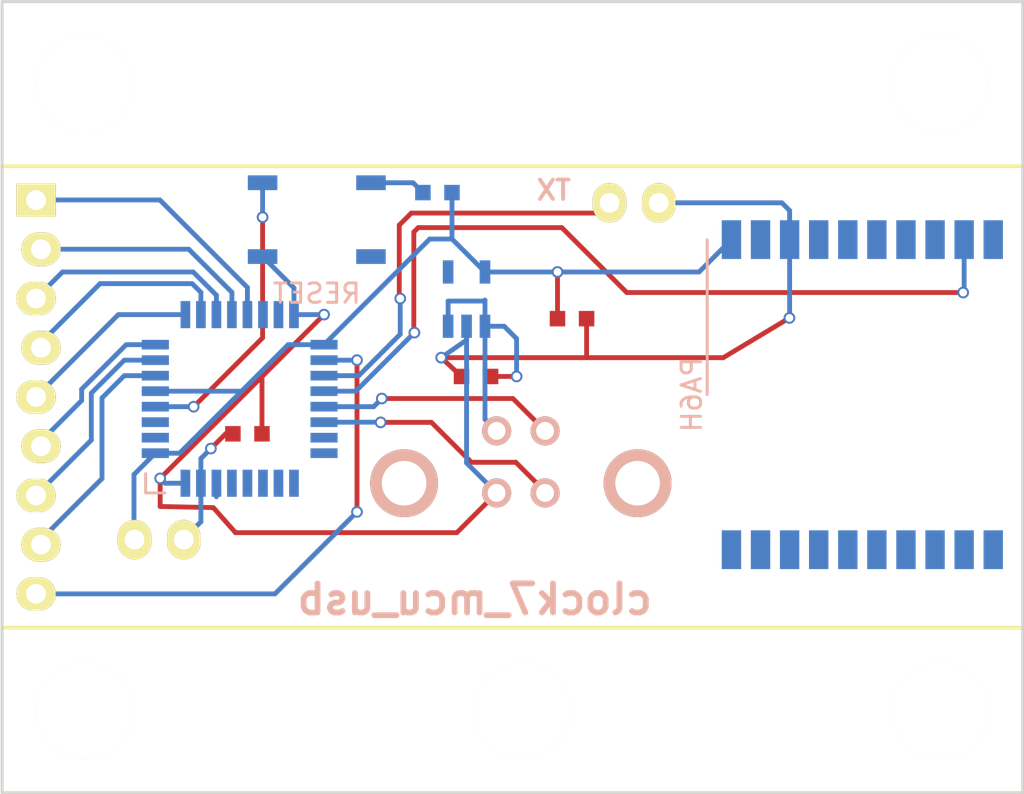
<source format=kicad_pcb>
(kicad_pcb (version 4) (host pcbnew 4.0.7-e2-6376~58~ubuntu16.04.1)

  (general
    (links 0)
    (no_connects 0)
    (area 83.624999 64.714999 138.995001 106.005001)
    (thickness 1.6)
    (drawings 9)
    (tracks 149)
    (zones 0)
    (modules 17)
    (nets 1)
  )

  (page A4)
  (layers
    (0 F.Cu signal)
    (31 B.Cu signal)
    (32 B.Adhes user)
    (33 F.Adhes user)
    (34 B.Paste user)
    (35 F.Paste user)
    (36 B.SilkS user)
    (37 F.SilkS user)
    (38 B.Mask user)
    (39 F.Mask user)
    (40 Dwgs.User user)
    (41 Cmts.User user)
    (42 Eco1.User user)
    (43 Eco2.User user)
    (44 Edge.Cuts user)
    (45 Margin user)
    (46 B.CrtYd user)
    (47 F.CrtYd user)
    (48 B.Fab user)
    (49 F.Fab user)
  )

  (setup
    (last_trace_width 0.25)
    (trace_clearance 0.2)
    (zone_clearance 0.508)
    (zone_45_only no)
    (trace_min 0.2)
    (segment_width 0.2)
    (edge_width 0.15)
    (via_size 0.6)
    (via_drill 0.4)
    (via_min_size 0.4)
    (via_min_drill 0.3)
    (uvia_size 0.3)
    (uvia_drill 0.1)
    (uvias_allowed no)
    (uvia_min_size 0.2)
    (uvia_min_drill 0.1)
    (pcb_text_width 0.3)
    (pcb_text_size 1.5 1.5)
    (mod_edge_width 0.15)
    (mod_text_size 1 1)
    (mod_text_width 0.15)
    (pad_size 1.524 1.524)
    (pad_drill 0.762)
    (pad_to_mask_clearance 0.2)
    (aux_axis_origin 0 0)
    (visible_elements FFFFFF7F)
    (pcbplotparams
      (layerselection 0x00030_80000001)
      (usegerberextensions false)
      (excludeedgelayer true)
      (linewidth 0.100000)
      (plotframeref false)
      (viasonmask false)
      (mode 1)
      (useauxorigin false)
      (hpglpennumber 1)
      (hpglpenspeed 20)
      (hpglpendiameter 15)
      (hpglpenoverlay 2)
      (psnegative false)
      (psa4output false)
      (plotreference true)
      (plotvalue true)
      (plotinvisibletext false)
      (padsonsilk false)
      (subtractmaskfromsilk false)
      (outputformat 1)
      (mirror false)
      (drillshape 1)
      (scaleselection 1)
      (outputdirectory ""))
  )

  (net 0 "")

  (net_class Default "This is the default net class."
    (clearance 0.2)
    (trace_width 0.25)
    (via_dia 0.6)
    (via_drill 0.4)
    (uvia_dia 0.3)
    (uvia_drill 0.1)
  )

  (module 00my_modules:R_0603 (layer F.Cu) (tedit 5B4970A9) (tstamp 5B497FE4)
    (at 108.29 84.29)
    (descr R0603)
    (tags "resistor capacitor led 0603")
    (attr smd)
    (fp_text reference "" (at 0 0) (layer F.SilkS)
      (effects (font (size 0.5 0.5) (thickness 0.1)))
    )
    (fp_text value C (at 0 0) (layer F.Fab)
      (effects (font (size 0.5 0.5) (thickness 0.01)))
    )
    (fp_line (start -1.2 -0.45) (end 1.2 -0.45) (layer F.CrtYd) (width 0.01))
    (fp_line (start -1.2 0.45) (end 1.2 0.45) (layer F.CrtYd) (width 0.01))
    (fp_line (start -1.2 -0.45) (end -1.2 0.45) (layer F.CrtYd) (width 0.01))
    (fp_line (start 1.2 -0.45) (end 1.2 0.45) (layer F.CrtYd) (width 0.01))
    (pad 1 smd rect (at -0.75 0) (size 0.8 0.8) (layers F.Cu F.Paste F.Mask))
    (pad 2 smd rect (at 0.75 0) (size 0.8 0.8) (layers F.Cu F.Paste F.Mask))
  )

  (module 00my_modules:PA6H (layer B.Cu) (tedit 5415CC62) (tstamp 5B496F09)
    (at 128.21 85.23 270)
    (descr PA6H)
    (tags "PA6H gps")
    (fp_text reference PA6H (at 0 8.8 270) (layer B.SilkS)
      (effects (font (size 1 1) (thickness 0.15)) (justify mirror))
    )
    (fp_text value GPS (at 0 7 270) (layer B.Fab)
      (effects (font (size 1 1) (thickness 0.15)) (justify mirror))
    )
    (fp_line (start -8 8) (end -8 -8) (layer B.CrtYd) (width 0.05))
    (fp_line (start 8 8) (end 8 -8) (layer B.CrtYd) (width 0.05))
    (fp_line (start -8 8) (end 8 8) (layer B.CrtYd) (width 0.05))
    (fp_line (start -8 -8) (end 8 -8) (layer B.CrtYd) (width 0.05))
    (fp_line (start -8 8) (end 0 8) (layer B.SilkS) (width 0.15))
    (pad VCC smd rect (at -8 6.75 270) (size 2 1) (layers B.Cu B.Paste B.Mask))
    (pad 2 smd rect (at -8 5.25 270) (size 2 1) (layers B.Cu B.Paste B.Mask))
    (pad GND smd rect (at -8 3.75 270) (size 2 1) (layers B.Cu B.Paste B.Mask))
    (pad 4 smd rect (at -8 2.25 270) (size 2 1) (layers B.Cu B.Paste B.Mask))
    (pad 5 smd rect (at -8 0.75 270) (size 2 1) (layers B.Cu B.Paste B.Mask))
    (pad 6 smd rect (at -8 -0.75 270) (size 2 1) (layers B.Cu B.Paste B.Mask))
    (pad 7 smd rect (at -8 -2.25 270) (size 2 1) (layers B.Cu B.Paste B.Mask))
    (pad 8 smd rect (at -8 -3.75 270) (size 2 1) (layers B.Cu B.Paste B.Mask))
    (pad TX smd rect (at -8 -5.25 270) (size 2 1) (layers B.Cu B.Paste B.Mask))
    (pad RX smd rect (at -8 -6.75 270) (size 2 1) (layers B.Cu B.Paste B.Mask))
    (pad 11 smd rect (at 8 -6.75 270) (size 2 1) (layers B.Cu B.Paste B.Mask))
    (pad 12 smd rect (at 8 -5.25 270) (size 2 1) (layers B.Cu B.Paste B.Mask))
    (pad 13 smd rect (at 8 -3.75 270) (size 2 1) (layers B.Cu B.Paste B.Mask))
    (pad 14 smd rect (at 8 -2.25 270) (size 2 1) (layers B.Cu B.Paste B.Mask))
    (pad 15 smd rect (at 8 -0.75 270) (size 2 1) (layers B.Cu B.Paste B.Mask))
    (pad 16 smd rect (at 8 0.75 270) (size 2 1) (layers B.Cu B.Paste B.Mask))
    (pad 17 smd rect (at 8 2.25 270) (size 2 1) (layers B.Cu B.Paste B.Mask))
    (pad 18 smd rect (at 8 3.75 270) (size 2 1) (layers B.Cu B.Paste B.Mask))
    (pad 19 smd rect (at 8 5.25 270) (size 2 1) (layers B.Cu B.Paste B.Mask))
    (pad 20 smd rect (at 8 6.75 270) (size 2 1) (layers B.Cu B.Paste B.Mask))
  )

  (module 00my_modules:Wurth_61400413321_usb (layer B.Cu) (tedit 0) (tstamp 5B49751D)
    (at 110.6 89.8 180)
    (descr Wurth_61400413321)
    (tags usb)
    (fp_text reference "" (at 0 1 180) (layer B.SilkS)
      (effects (font (size 0.5 0.5) (thickness 0.01)) (justify mirror))
    )
    (fp_text value "" (at 0 -1 180) (layer B.Fab)
      (effects (font (size 0.5 0.5) (thickness 0.01)) (justify mirror))
    )
    (fp_text user USB (at 0 0.9 180) (layer B.Fab)
      (effects (font (size 1 1) (thickness 0.15)) (justify mirror))
    )
    (fp_line (start -6.1 -4.72) (end -6.1 6.48) (layer B.CrtYd) (width 0.05))
    (fp_line (start 6.1 -4.72) (end 6.1 6.48) (layer B.CrtYd) (width 0.05))
    (fp_line (start -6.1 6.48) (end 6.1 6.48) (layer B.CrtYd) (width 0.05))
    (fp_line (start -6.1 -4.72) (end 6.1 -4.72) (layer B.CrtYd) (width 0.05))
    (pad V thru_hole circle (at 1.25 2.7 180) (size 1.5 1.5) (drill 0.92) (layers *.Cu *.Mask B.SilkS))
    (pad - thru_hole circle (at -1.25 2.7 180) (size 1.5 1.5) (drill 0.92) (layers *.Cu *.Mask B.SilkS))
    (pad + thru_hole circle (at -1.25 -0.5 180) (size 1.5 1.5) (drill 0.92) (layers *.Cu *.Mask B.SilkS))
    (pad G thru_hole circle (at 1.25 -0.5 180) (size 1.5 1.5) (drill 0.92) (layers *.Cu *.Mask B.SilkS))
    (pad X thru_hole circle (at 6.02 0 180) (size 3.5 3.5) (drill 2.3) (layers *.Cu *.Mask B.SilkS))
    (pad X thru_hole circle (at -6.02 0 180) (size 3.5 3.5) (drill 2.3) (layers *.Cu *.Mask B.SilkS))
  )

  (module 00my_modules:STM32_LQFP32 (layer B.Cu) (tedit 54130A77) (tstamp 5B497879)
    (at 96.1 85.45)
    (descr LQFP-32)
    (tags "smd lqfp")
    (attr smd)
    (fp_text reference "" (at 0 4.3) (layer B.SilkS)
      (effects (font (size 1 1) (thickness 0.15)) (justify mirror))
    )
    (fp_text value "" (at -1.5 3) (layer B.Fab)
      (effects (font (size 0.5 0.5) (thickness 0.01)) (justify mirror))
    )
    (fp_text user LQFP32 (at 0 0) (layer B.Fab)
      (effects (font (size 0.8 0.8) (thickness 0.1)) (justify mirror))
    )
    (fp_line (start -5.05 5.05) (end 5.05 5.05) (layer B.CrtYd) (width 0.01))
    (fp_line (start 5.05 5.05) (end 5.05 -5.05) (layer B.CrtYd) (width 0.01))
    (fp_line (start 5.05 -5.05) (end -5.05 -5.05) (layer B.CrtYd) (width 0.01))
    (fp_line (start -5.05 -5.05) (end -5.05 5.05) (layer B.CrtYd) (width 0.01))
    (fp_line (start -4.85 4.85) (end -4.85 3.85) (layer B.SilkS) (width 0.15))
    (fp_line (start -4.85 4.85) (end -3.85 4.85) (layer B.SilkS) (width 0.15))
    (fp_line (start -3.65 3.65) (end 3.65 3.65) (layer B.Fab) (width 0.01))
    (fp_line (start 3.65 3.65) (end 3.65 -3.65) (layer B.Fab) (width 0.01))
    (fp_line (start 3.65 -3.65) (end -3.65 -3.65) (layer B.Fab) (width 0.01))
    (fp_line (start -3.65 -3.65) (end -3.65 3.65) (layer B.Fab) (width 0.01))
    (pad 3.3 smd rect (at -4.35 2.8) (size 1.4 0.5) (layers B.Cu B.Paste B.Mask))
    (pad PF0 smd rect (at -4.35 2) (size 1.4 0.5) (layers B.Cu B.Paste B.Mask))
    (pad PF1 smd rect (at -4.35 1.2) (size 1.4 0.5) (layers B.Cu B.Paste B.Mask))
    (pad RST smd rect (at -4.35 0.4) (size 1.4 0.5) (layers B.Cu B.Paste B.Mask))
    (pad 3.3 smd rect (at -4.35 -0.4) (size 1.4 0.5) (layers B.Cu B.Paste B.Mask))
    (pad PA0 smd rect (at -4.35 -1.2) (size 1.4 0.5) (layers B.Cu B.Paste B.Mask))
    (pad PA1 smd rect (at -4.35 -2) (size 1.4 0.5) (layers B.Cu B.Paste B.Mask))
    (pad PA2 smd rect (at -4.35 -2.8) (size 1.4 0.5) (layers B.Cu B.Paste B.Mask))
    (pad PA3 smd rect (at -2.8 -4.35 270) (size 1.4 0.5) (layers B.Cu B.Paste B.Mask))
    (pad PA4 smd rect (at -2 -4.35 270) (size 1.4 0.5) (layers B.Cu B.Paste B.Mask))
    (pad PA5 smd rect (at -1.2 -4.35 270) (size 1.4 0.5) (layers B.Cu B.Paste B.Mask))
    (pad PA6 smd rect (at -0.4 -4.35 270) (size 1.4 0.5) (layers B.Cu B.Paste B.Mask))
    (pad PA7 smd rect (at 0.4 -4.35 270) (size 1.4 0.5) (layers B.Cu B.Paste B.Mask))
    (pad PB0 smd rect (at 1.2 -4.35 270) (size 1.4 0.5) (layers B.Cu B.Paste B.Mask))
    (pad PB1 smd rect (at 2 -4.35 270) (size 1.4 0.5) (layers B.Cu B.Paste B.Mask))
    (pad GND smd rect (at 2.8 -4.35 270) (size 1.4 0.5) (layers B.Cu B.Paste B.Mask))
    (pad PA14 smd rect (at 4.35 2.8) (size 1.4 0.5) (layers B.Cu B.Paste B.Mask))
    (pad PA13 smd rect (at 4.35 2) (size 1.4 0.5) (layers B.Cu B.Paste B.Mask))
    (pad PA12 smd rect (at 4.35 1.2) (size 1.4 0.5) (layers B.Cu B.Paste B.Mask))
    (pad PA11 smd rect (at 4.35 0.4) (size 1.4 0.5) (layers B.Cu B.Paste B.Mask))
    (pad PA10 smd rect (at 4.35 -0.4) (size 1.4 0.5) (layers B.Cu B.Paste B.Mask))
    (pad PA9 smd rect (at 4.35 -1.2) (size 1.4 0.5) (layers B.Cu B.Paste B.Mask))
    (pad PA8 smd rect (at 4.35 -2) (size 1.4 0.5) (layers B.Cu B.Paste B.Mask))
    (pad 3.3 smd rect (at 4.35 -2.8) (size 1.4 0.5) (layers B.Cu B.Paste B.Mask))
    (pad GND smd rect (at -2.8 4.35 270) (size 1.4 0.5) (layers B.Cu B.Paste B.Mask))
    (pad BOOT smd rect (at -2 4.35 270) (size 1.4 0.5) (layers B.Cu B.Paste B.Mask))
    (pad PB7 smd rect (at -1.2 4.35 270) (size 1.4 0.5) (layers B.Cu B.Paste B.Mask))
    (pad PB6 smd rect (at -0.4 4.35 270) (size 1.4 0.5) (layers B.Cu B.Paste B.Mask))
    (pad PB5 smd rect (at 0.4 4.35 270) (size 1.4 0.5) (layers B.Cu B.Paste B.Mask))
    (pad PB4 smd rect (at 1.2 4.35 270) (size 1.4 0.5) (layers B.Cu B.Paste B.Mask))
    (pad PB3 smd rect (at 2 4.35 270) (size 1.4 0.5) (layers B.Cu B.Paste B.Mask))
    (pad PA15 smd rect (at 2.8 4.35 270) (size 1.4 0.5) (layers B.Cu B.Paste B.Mask))
  )

  (module 00my_modules:AP2112 (layer B.Cu) (tedit 58CE4E80) (tstamp 5B497C39)
    (at 107.8 80.3 90)
    (descr SOT25)
    (tags SOT25)
    (attr smd)
    (fp_text reference "" (at 0 2.5 90) (layer B.SilkS)
      (effects (font (size 1 1) (thickness 0.15)) (justify mirror))
    )
    (fp_text value "" (at 0 -2.05 90) (layer B.Fab)
      (effects (font (size 0.5 0.5) (thickness 0.01)) (justify mirror))
    )
    (fp_text user SOT25 (at 0 0 360) (layer B.Fab)
      (effects (font (size 0.5 0.5) (thickness 0.01)) (justify mirror))
    )
    (fp_line (start -0.8 1.5) (end 0.8 1.5) (layer B.Fab) (width 0.01))
    (fp_line (start -0.8 -1.5) (end 0.8 -1.5) (layer B.Fab) (width 0.01))
    (fp_line (start -0.8 1.5) (end -0.8 -1.5) (layer B.Fab) (width 0.01))
    (fp_line (start 0.8 1.5) (end 0.8 -1.5) (layer B.Fab) (width 0.01))
    (fp_line (start -0.8 1.5) (end -0.8 -1.5) (layer B.Fab) (width 0.01))
    (fp_line (start 0.8 1.5) (end 0.8 -1.5) (layer B.Fab) (width 0.01))
    (fp_line (start -2.3 1.7) (end 2.3 1.7) (layer B.CrtYd) (width 0.01))
    (fp_line (start -2.3 1.7) (end -2.3 -1.7) (layer B.CrtYd) (width 0.01))
    (fp_line (start 2.3 -1.7) (end 2.3 1.7) (layer B.CrtYd) (width 0.01))
    (fp_line (start 2.3 -1.7) (end -2.3 -1.7) (layer B.CrtYd) (width 0.01))
    (pad VIN smd rect (at -1.4 0.95 90) (size 1.2 0.55) (layers B.Cu B.Paste B.Mask))
    (pad GND smd rect (at -1.4 0 90) (size 1.2 0.55) (layers B.Cu B.Paste B.Mask))
    (pad EN smd rect (at -1.4 -0.95 90) (size 1.2 0.55) (layers B.Cu B.Paste B.Mask))
    (pad NC smd rect (at 1.4 -0.95 90) (size 1.2 0.55) (layers B.Cu B.Paste B.Mask))
    (pad VOUT smd rect (at 1.4 0.95 90) (size 1.2 0.55) (layers B.Cu B.Paste B.Mask))
  )

  (module 00my_modules:R_0603 (layer F.Cu) (tedit 5415CC62) (tstamp 5B498019)
    (at 96.5 87.25)
    (descr R0603)
    (tags "resistor capacitor led 0603")
    (attr smd)
    (fp_text reference "" (at 0 0) (layer F.SilkS)
      (effects (font (size 0.5 0.5) (thickness 0.1)))
    )
    (fp_text value R (at 0 0) (layer F.Fab)
      (effects (font (size 0.5 0.5) (thickness 0.01)))
    )
    (fp_line (start -1.2 -0.45) (end 1.2 -0.45) (layer F.CrtYd) (width 0.01))
    (fp_line (start -1.2 0.45) (end 1.2 0.45) (layer F.CrtYd) (width 0.01))
    (fp_line (start -1.2 -0.45) (end -1.2 0.45) (layer F.CrtYd) (width 0.01))
    (fp_line (start 1.2 -0.45) (end 1.2 0.45) (layer F.CrtYd) (width 0.01))
    (pad 1 smd rect (at -0.75 0) (size 0.8 0.8) (layers F.Cu F.Paste F.Mask))
    (pad 2 smd rect (at 0.75 0) (size 0.8 0.8) (layers F.Cu F.Paste F.Mask))
  )

  (module 00my_modules:BUTTON4_SMD (layer B.Cu) (tedit 5B497302) (tstamp 5B49863C)
    (at 100.076 76.2)
    (descr button4_smd)
    (tags "SPST button tactile switch")
    (fp_text reference RESET (at 0 3.81) (layer B.SilkS)
      (effects (font (size 1 1) (thickness 0.15)) (justify mirror))
    )
    (fp_text value "" (at 0 -3.81) (layer B.Fab)
      (effects (font (size 1 1) (thickness 0.15)) (justify mirror))
    )
    (fp_line (start -1.54 2.54) (end -2.54 1.54) (layer B.Fab) (width 0.2032))
    (fp_line (start -2.54 1.24) (end -2.54 -1.27) (layer B.Fab) (width 0.2032))
    (fp_line (start -2.54 -1.54) (end -1.54 -2.54) (layer B.Fab) (width 0.2032))
    (fp_line (start -1.54 -2.54) (end 1.54 -2.54) (layer B.Fab) (width 0.2032))
    (fp_line (start 1.54 -2.54) (end 2.54 -1.54) (layer B.Fab) (width 0.2032))
    (fp_line (start 2.54 -1.24) (end 2.54 1.24) (layer B.Fab) (width 0.2032))
    (fp_line (start 2.54 1.54) (end 1.54 2.54) (layer B.Fab) (width 0.2032))
    (fp_line (start 1.54 2.54) (end -1.54 2.54) (layer B.Fab) (width 0.2032))
    (fp_line (start 1.905 -1.27) (end 1.905 -0.445) (layer B.Fab) (width 0.127))
    (fp_line (start 1.905 -0.445) (end 2.16 0.01) (layer B.Fab) (width 0.127))
    (fp_line (start 1.905 0.23) (end 1.905 1.115) (layer B.Fab) (width 0.127))
    (fp_circle (center 0 0) (end 0 -1.27) (layer B.Fab) (width 0.2032))
    (pad 1 smd rect (at -2.794 -1.905) (size 1.524 0.762) (layers B.Cu B.Paste B.Mask))
    (pad 2 smd rect (at 2.794 -1.905) (size 1.524 0.762) (layers B.Cu B.Paste B.Mask))
    (pad 3 smd rect (at -2.794 1.905) (size 1.524 0.762) (layers B.Cu B.Paste B.Mask))
    (pad 4 smd rect (at 2.794 1.905) (size 1.524 0.762) (layers B.Cu B.Paste B.Mask))
  )

  (module 00my_modules:R_0603 (layer B.Cu) (tedit 5415CC62) (tstamp 5B49868D)
    (at 106.299 74.803)
    (descr R0603)
    (tags "resistor capacitor led 0603")
    (attr smd)
    (fp_text reference "" (at 0 0) (layer B.SilkS)
      (effects (font (size 0.5 0.5) (thickness 0.1)) (justify mirror))
    )
    (fp_text value R (at 0 0) (layer B.Fab)
      (effects (font (size 0.5 0.5) (thickness 0.01)) (justify mirror))
    )
    (fp_line (start -1.2 0.45) (end 1.2 0.45) (layer B.CrtYd) (width 0.01))
    (fp_line (start -1.2 -0.45) (end 1.2 -0.45) (layer B.CrtYd) (width 0.01))
    (fp_line (start -1.2 0.45) (end -1.2 -0.45) (layer B.CrtYd) (width 0.01))
    (fp_line (start 1.2 0.45) (end 1.2 -0.45) (layer B.CrtYd) (width 0.01))
    (pad 1 smd rect (at -0.75 0) (size 0.8 0.8) (layers B.Cu B.Paste B.Mask))
    (pad 2 smd rect (at 0.75 0) (size 0.8 0.8) (layers B.Cu B.Paste B.Mask))
  )

  (module 00my_modules:R_0603 (layer F.Cu) (tedit 5B4973CC) (tstamp 5B4986A5)
    (at 113.24 81.31)
    (descr R0603)
    (tags "resistor capacitor led 0603")
    (attr smd)
    (fp_text reference "" (at 0 0) (layer F.SilkS)
      (effects (font (size 0.5 0.5) (thickness 0.1)))
    )
    (fp_text value C (at 0 0) (layer F.Fab)
      (effects (font (size 0.5 0.5) (thickness 0.01)))
    )
    (fp_line (start -1.2 -0.45) (end 1.2 -0.45) (layer F.CrtYd) (width 0.01))
    (fp_line (start -1.2 0.45) (end 1.2 0.45) (layer F.CrtYd) (width 0.01))
    (fp_line (start -1.2 -0.45) (end -1.2 0.45) (layer F.CrtYd) (width 0.01))
    (fp_line (start 1.2 -0.45) (end 1.2 0.45) (layer F.CrtYd) (width 0.01))
    (pad 1 smd rect (at -0.75 0) (size 0.8 0.8) (layers F.Cu F.Paste F.Mask))
    (pad 2 smd rect (at 0.75 0) (size 0.8 0.8) (layers F.Cu F.Paste F.Mask))
  )

  (module 00my_modules:Pin_Header_Straight_1x02 (layer F.Cu) (tedit 0) (tstamp 5B4986E5)
    (at 90.678 92.71 90)
    (descr "Through hole pin header")
    (tags "pin header")
    (fp_text reference "" (at 0 -2.4 90) (layer F.SilkS)
      (effects (font (size 0.5 0.5) (thickness 0.01)))
    )
    (fp_text value "" (at 0 -3.1 90) (layer F.Fab)
      (effects (font (size 0.5 0.5) (thickness 0.01)))
    )
    (fp_line (start -1.75 -1.75) (end -1.75 4.29) (layer F.CrtYd) (width 0.05))
    (fp_line (start 1.75 -1.75) (end 1.75 4.29) (layer F.CrtYd) (width 0.05))
    (fp_line (start -1.75 -1.75) (end 1.75 -1.75) (layer F.CrtYd) (width 0.05))
    (fp_line (start -1.75 4.29) (end 1.75 4.29) (layer F.CrtYd) (width 0.05))
    (pad 1 thru_hole oval (at 0 0 90) (size 2.032 1.7272) (drill 1.016) (layers *.Cu *.Mask F.SilkS))
    (pad 2 thru_hole oval (at 0 2.54 90) (size 2.032 1.7272) (drill 1.016) (layers *.Cu *.Mask F.SilkS))
  )

  (module 00my_modules:Pin_Header_Straight_1x02 (layer F.Cu) (tedit 0) (tstamp 5C248C93)
    (at 115.17 75.33 90)
    (descr "Through hole pin header")
    (tags "pin header")
    (fp_text reference "" (at 0 -2.4 90) (layer F.SilkS)
      (effects (font (size 0.5 0.5) (thickness 0.01)))
    )
    (fp_text value "" (at 0 -3.1 90) (layer F.Fab)
      (effects (font (size 0.5 0.5) (thickness 0.01)))
    )
    (fp_line (start -1.75 -1.75) (end -1.75 4.29) (layer F.CrtYd) (width 0.05))
    (fp_line (start 1.75 -1.75) (end 1.75 4.29) (layer F.CrtYd) (width 0.05))
    (fp_line (start -1.75 -1.75) (end 1.75 -1.75) (layer F.CrtYd) (width 0.05))
    (fp_line (start -1.75 4.29) (end 1.75 4.29) (layer F.CrtYd) (width 0.05))
    (fp_line (start -2 1.27) (end 2 1.27) (layer F.CrtYd) (width 0.05))
    (fp_line (start 0 -0.5) (end 0 3) (layer F.CrtYd) (width 0.05))
    (pad 1 thru_hole oval (at 0 0 90) (size 2.032 1.7272) (drill 1.016) (layers *.Cu *.Mask F.SilkS))
    (pad 2 thru_hole oval (at 0 2.54 90) (size 2.032 1.7272) (drill 1.016) (layers *.Cu *.Mask F.SilkS))
  )

  (module 00my_modules:Hole0 (layer F.Cu) (tedit 0) (tstamp 5C248CE6)
    (at 88.1 101.52)
    (descr hole0)
    (tags hole)
    (fp_text reference "" (at 0 0) (layer F.SilkS)
      (effects (font (size 0.5 0.5) (thickness 0.01)))
    )
    (fp_text value "" (at 0 0) (layer F.Fab)
      (effects (font (size 0.5 0.5) (thickness 0.01)))
    )
    (fp_line (start -4.25 -4.25) (end -4.25 4.25) (layer F.CrtYd) (width 0.05))
    (fp_line (start 4.25 -4.25) (end 4.25 4.25) (layer F.CrtYd) (width 0.05))
    (fp_line (start -4.25 -4.25) (end 4.25 -4.25) (layer F.CrtYd) (width 0.05))
    (fp_line (start -4.25 4.25) (end 4.25 4.25) (layer F.CrtYd) (width 0.05))
    (pad "" np_thru_hole circle (at 0 0) (size 5 5) (drill 5) (layers *.Cu *.Mask F.SilkS))
  )

  (module 00my_modules:Hole0 (layer F.Cu) (tedit 0) (tstamp 5C248D08)
    (at 88.11 69.2)
    (descr hole0)
    (tags hole)
    (fp_text reference "" (at 0 0) (layer F.SilkS)
      (effects (font (size 0.5 0.5) (thickness 0.01)))
    )
    (fp_text value "" (at 0 0) (layer F.Fab)
      (effects (font (size 0.5 0.5) (thickness 0.01)))
    )
    (fp_line (start -4.25 -4.25) (end -4.25 4.25) (layer F.CrtYd) (width 0.05))
    (fp_line (start 4.25 -4.25) (end 4.25 4.25) (layer F.CrtYd) (width 0.05))
    (fp_line (start -4.25 -4.25) (end 4.25 -4.25) (layer F.CrtYd) (width 0.05))
    (fp_line (start -4.25 4.25) (end 4.25 4.25) (layer F.CrtYd) (width 0.05))
    (pad "" np_thru_hole circle (at 0 0) (size 5 5) (drill 5) (layers *.Cu *.Mask F.SilkS))
  )

  (module 00my_modules:Hole0 (layer F.Cu) (tedit 0) (tstamp 5C248D21)
    (at 110.64 101.53)
    (descr hole0)
    (tags hole)
    (fp_text reference "" (at 0 0) (layer F.SilkS)
      (effects (font (size 0.5 0.5) (thickness 0.01)))
    )
    (fp_text value "" (at 0 0) (layer F.Fab)
      (effects (font (size 0.5 0.5) (thickness 0.01)))
    )
    (fp_line (start -4.25 -4.25) (end -4.25 4.25) (layer F.CrtYd) (width 0.05))
    (fp_line (start 4.25 -4.25) (end 4.25 4.25) (layer F.CrtYd) (width 0.05))
    (fp_line (start -4.25 -4.25) (end 4.25 -4.25) (layer F.CrtYd) (width 0.05))
    (fp_line (start -4.25 4.25) (end 4.25 4.25) (layer F.CrtYd) (width 0.05))
    (pad "" np_thru_hole circle (at 0 0) (size 5 5) (drill 5) (layers *.Cu *.Mask F.SilkS))
  )

  (module 00my_modules:Pin_Header_Wiggle_1x09 (layer F.Cu) (tedit 0) (tstamp 5C249190)
    (at 85.6 75.19)
    (descr "Through hole pin header")
    (tags "pin header")
    (fp_text reference "" (at 0 -2.4) (layer F.SilkS)
      (effects (font (size 0.5 0.5) (thickness 0.01)))
    )
    (fp_text value "" (at 0 -3.1) (layer F.Fab)
      (effects (font (size 0.5 0.5) (thickness 0.01)))
    )
    (fp_line (start -1.75 -1.75) (end -1.75 22.07) (layer F.CrtYd) (width 0.05))
    (fp_line (start 1.75 -1.75) (end 1.75 22.07) (layer F.CrtYd) (width 0.05))
    (fp_line (start -1.75 -1.75) (end 1.75 -1.75) (layer F.CrtYd) (width 0.05))
    (fp_line (start -1.75 22.07) (end 1.75 22.07) (layer F.CrtYd) (width 0.05))
    (pad 1 thru_hole rect (at 0 0) (size 2.032 1.7272) (drill 1.016) (layers *.Cu *.Mask F.SilkS))
    (pad 2 thru_hole oval (at 0.254 2.54) (size 2.032 1.7272) (drill 1.016) (layers *.Cu *.Mask F.SilkS))
    (pad 3 thru_hole oval (at 0 5.08) (size 2.032 1.7272) (drill 1.016) (layers *.Cu *.Mask F.SilkS))
    (pad 4 thru_hole oval (at 0.254 7.62) (size 2.032 1.7272) (drill 1.016) (layers *.Cu *.Mask F.SilkS))
    (pad 5 thru_hole oval (at 0 10.16) (size 2.032 1.7272) (drill 1.016) (layers *.Cu *.Mask F.SilkS))
    (pad 6 thru_hole oval (at 0.254 12.7) (size 2.032 1.7272) (drill 1.016) (layers *.Cu *.Mask F.SilkS))
    (pad 7 thru_hole oval (at 0 15.24) (size 2.032 1.7272) (drill 1.016) (layers *.Cu *.Mask F.SilkS))
    (pad 8 thru_hole oval (at 0.254 17.78) (size 2.032 1.7272) (drill 1.016) (layers *.Cu *.Mask F.SilkS))
    (pad 9 thru_hole oval (at 0 20.32) (size 2.032 1.7272) (drill 1.016) (layers *.Cu *.Mask F.SilkS))
  )

  (module 00my_modules:Hole0 (layer F.Cu) (tedit 0) (tstamp 5C24939B)
    (at 132.23 69.21)
    (descr hole0)
    (tags hole)
    (fp_text reference "" (at 0 0) (layer F.SilkS)
      (effects (font (size 0.5 0.5) (thickness 0.01)))
    )
    (fp_text value "" (at 0 0) (layer F.Fab)
      (effects (font (size 0.5 0.5) (thickness 0.01)))
    )
    (fp_line (start -4.25 -4.25) (end -4.25 4.25) (layer F.CrtYd) (width 0.05))
    (fp_line (start 4.25 -4.25) (end 4.25 4.25) (layer F.CrtYd) (width 0.05))
    (fp_line (start -4.25 -4.25) (end 4.25 -4.25) (layer F.CrtYd) (width 0.05))
    (fp_line (start -4.25 4.25) (end 4.25 4.25) (layer F.CrtYd) (width 0.05))
    (pad "" np_thru_hole circle (at 0 0) (size 5 5) (drill 5) (layers *.Cu *.Mask F.SilkS))
  )

  (module 00my_modules:Hole0 (layer F.Cu) (tedit 0) (tstamp 5C2493AC)
    (at 132.24 101.54)
    (descr hole0)
    (tags hole)
    (fp_text reference "" (at 0 0) (layer F.SilkS)
      (effects (font (size 0.5 0.5) (thickness 0.01)))
    )
    (fp_text value "" (at 0 0) (layer F.Fab)
      (effects (font (size 0.5 0.5) (thickness 0.01)))
    )
    (fp_line (start -4.25 -4.25) (end -4.25 4.25) (layer F.CrtYd) (width 0.05))
    (fp_line (start 4.25 -4.25) (end 4.25 4.25) (layer F.CrtYd) (width 0.05))
    (fp_line (start -4.25 -4.25) (end 4.25 -4.25) (layer F.CrtYd) (width 0.05))
    (fp_line (start -4.25 4.25) (end 4.25 4.25) (layer F.CrtYd) (width 0.05))
    (pad "" np_thru_hole circle (at 0 0) (size 5 5) (drill 5) (layers *.Cu *.Mask F.SilkS))
  )

  (gr_line (start 83.85 97.26) (end 136.45 97.26) (angle 90) (layer F.SilkS) (width 0.2))
  (gr_line (start 83.84 73.44) (end 136.45 73.44) (angle 90) (layer F.SilkS) (width 0.2))
  (gr_line (start 136.48 64.95) (end 136.48 64.94) (angle 90) (layer Edge.Cuts) (width 0.15))
  (gr_line (start 83.85 64.95) (end 136.48 64.95) (angle 90) (layer Edge.Cuts) (width 0.15))
  (gr_line (start 83.85 105.77) (end 83.85 64.95) (angle 90) (layer Edge.Cuts) (width 0.15))
  (gr_line (start 83.86 105.77) (end 136.48 105.77) (angle 90) (layer Edge.Cuts) (width 0.15))
  (gr_line (start 136.48 105.77) (end 136.48 64.94) (angle 90) (layer Edge.Cuts) (width 0.15))
  (gr_text TX (at 112.3 74.68) (layer B.SilkS)
    (effects (font (size 1 1) (thickness 0.2)) (justify mirror))
  )
  (gr_text clock7_mcu_usb (at 108.22 95.79) (layer B.SilkS)
    (effects (font (size 1.5 1.5) (thickness 0.3)) (justify mirror))
  )

  (segment (start 100.45 84.25) (end 102.24 84.25) (width 0.25) (layer B.Cu) (net 0))
  (segment (start 104.95 75.86) (end 114.64 75.86) (width 0.25) (layer F.Cu) (net 0) (tstamp 5C248CAC))
  (segment (start 104.33 76.48) (end 104.95 75.86) (width 0.25) (layer F.Cu) (net 0) (tstamp 5C248CAB))
  (segment (start 104.33 80.22) (end 104.33 76.48) (width 0.25) (layer F.Cu) (net 0) (tstamp 5C248CAA))
  (segment (start 104.38 80.27) (end 104.33 80.22) (width 0.25) (layer F.Cu) (net 0) (tstamp 5C248CA9))
  (via (at 104.38 80.27) (size 0.6) (drill 0.4) (layers F.Cu B.Cu) (net 0))
  (segment (start 104.38 82.11) (end 104.38 80.27) (width 0.25) (layer B.Cu) (net 0) (tstamp 5C248CA6))
  (segment (start 102.24 84.25) (end 104.38 82.11) (width 0.25) (layer B.Cu) (net 0) (tstamp 5C248CA4))
  (segment (start 114.64 75.86) (end 115.17 75.33) (width 0.25) (layer F.Cu) (net 0) (tstamp 5C248CAD))
  (segment (start 117.71 75.33) (end 124.06 75.33) (width 0.25) (layer B.Cu) (net 0))
  (segment (start 124.46 75.73) (end 124.46 77.23) (width 0.25) (layer B.Cu) (net 0) (tstamp 5C248CA2))
  (segment (start 124.06 75.33) (end 124.46 75.73) (width 0.25) (layer B.Cu) (net 0) (tstamp 5C248CA1))
  (segment (start 113.99 81.31) (end 113.99 83.32) (width 0.25) (layer F.Cu) (net 0))
  (segment (start 112.49 81.31) (end 112.49 78.9) (width 0.25) (layer F.Cu) (net 0))
  (via (at 112.49 78.9) (size 0.6) (drill 0.4) (layers F.Cu B.Cu) (net 0))
  (segment (start 100.45 85.05) (end 102.09 85.05) (width 0.25) (layer B.Cu) (net 0))
  (segment (start 133.46 79.91) (end 133.46 77.23) (width 0.25) (layer B.Cu) (net 0) (tstamp 5C247F9C))
  (segment (start 133.41 79.96) (end 133.46 79.91) (width 0.25) (layer B.Cu) (net 0) (tstamp 5C247F9B))
  (via (at 133.41 79.96) (size 0.6) (drill 0.4) (layers F.Cu B.Cu) (net 0))
  (segment (start 116.06 79.96) (end 133.41 79.96) (width 0.25) (layer F.Cu) (net 0) (tstamp 5C247F92))
  (segment (start 112.71 76.61) (end 116.06 79.96) (width 0.25) (layer F.Cu) (net 0) (tstamp 5C247F8C))
  (segment (start 105.31 76.61) (end 112.71 76.61) (width 0.25) (layer F.Cu) (net 0) (tstamp 5C247F84))
  (segment (start 105.08 76.84) (end 105.31 76.61) (width 0.25) (layer F.Cu) (net 0) (tstamp 5C247F83))
  (segment (start 105.08 82) (end 105.08 76.84) (width 0.25) (layer F.Cu) (net 0) (tstamp 5C247F79))
  (segment (start 105.11 82.03) (end 105.08 82) (width 0.25) (layer F.Cu) (net 0) (tstamp 5C247F78))
  (via (at 105.11 82.03) (size 0.6) (drill 0.4) (layers F.Cu B.Cu) (net 0))
  (segment (start 102.09 85.05) (end 105.11 82.03) (width 0.25) (layer B.Cu) (net 0) (tstamp 5C247F6B))
  (segment (start 109.04 84.29) (end 110.38 84.29) (width 0.25) (layer F.Cu) (net 0))
  (segment (start 109.74 81.7) (end 108.75 81.7) (width 0.25) (layer B.Cu) (net 0) (tstamp 5C247F2D))
  (segment (start 110.38 82.34) (end 109.74 81.7) (width 0.25) (layer B.Cu) (net 0) (tstamp 5C247F2A))
  (segment (start 110.38 84.29) (end 110.38 82.34) (width 0.25) (layer B.Cu) (net 0) (tstamp 5C247F29))
  (via (at 110.38 84.29) (size 0.6) (drill 0.4) (layers F.Cu B.Cu) (net 0))
  (segment (start 108.75 78.9) (end 112.49 78.9) (width 0.25) (layer B.Cu) (net 0))
  (segment (start 112.49 78.9) (end 119.79 78.9) (width 0.25) (layer B.Cu) (net 0) (tstamp 5C247FF8))
  (segment (start 119.79 78.9) (end 121.46 77.23) (width 0.25) (layer B.Cu) (net 0) (tstamp 5C247EDF))
  (segment (start 106.49 83.32) (end 113.99 83.32) (width 0.25) (layer F.Cu) (net 0))
  (segment (start 113.99 83.32) (end 121.04 83.32) (width 0.25) (layer F.Cu) (net 0) (tstamp 5C248009))
  (segment (start 124.46 81.26) (end 124.46 77.23) (width 0.25) (layer B.Cu) (net 0) (tstamp 5C247EDA))
  (segment (start 124.45 81.27) (end 124.46 81.26) (width 0.25) (layer B.Cu) (net 0) (tstamp 5C247ED9))
  (via (at 124.45 81.27) (size 0.6) (drill 0.4) (layers F.Cu B.Cu) (net 0))
  (segment (start 121.04 83.32) (end 124.45 81.27) (width 0.25) (layer F.Cu) (net 0) (tstamp 5C247EC6))
  (segment (start 107.54 84.29) (end 106.49 83.32) (width 0.25) (layer F.Cu) (net 0))
  (via (at 106.49 83.32) (size 0.6) (drill 0.4) (layers F.Cu B.Cu) (net 0))
  (segment (start 106.49 83.32) (end 107.8 82.41) (width 0.25) (layer B.Cu) (net 0) (tstamp 5C247E5E))
  (segment (start 107.8 82.41) (end 107.8 81.7) (width 0.25) (layer B.Cu) (net 0) (tstamp 5C247E5F))
  (segment (start 107.3 92.35) (end 95.887736 92.35) (width 0.25) (layer F.Cu) (net 0))
  (segment (start 109.35 90.3) (end 107.3 92.35) (width 0.25) (layer F.Cu) (net 0))
  (segment (start 95.887736 92.35) (end 95.86387 92.326134) (width 0.25) (layer F.Cu) (net 0) (tstamp 5C247E6A))
  (segment (start 100.45 83.45) (end 102.15 83.45) (width 0.25) (layer B.Cu) (net 0))
  (segment (start 97.92 95.51) (end 85.6 95.51) (width 0.25) (layer B.Cu) (net 0) (tstamp 5C247E67))
  (segment (start 102.15 91.28) (end 97.92 95.51) (width 0.25) (layer B.Cu) (net 0) (tstamp 5C247E66))
  (via (at 102.15 91.28) (size 0.6) (drill 0.4) (layers F.Cu B.Cu) (net 0))
  (segment (start 102.15 83.45) (end 102.15 91.28) (width 0.25) (layer F.Cu) (net 0) (tstamp 5C247E63))
  (via (at 102.15 83.45) (size 0.6) (drill 0.4) (layers F.Cu B.Cu) (net 0))
  (segment (start 108.75 82.08) (end 108.75 81.7) (width 0.25) (layer B.Cu) (net 0) (tstamp 5C247E5A))
  (segment (start 111.85 90.3) (end 111.85 90.23) (width 0.25) (layer F.Cu) (net 0))
  (segment (start 111.85 90.23) (end 110.34 88.72) (width 0.25) (layer F.Cu) (net 0) (tstamp 5C247E41))
  (segment (start 110.34 88.72) (end 108.05 88.72) (width 0.25) (layer F.Cu) (net 0) (tstamp 5C247E42))
  (segment (start 108.05 88.72) (end 105.99 86.66) (width 0.25) (layer F.Cu) (net 0) (tstamp 5C247E44))
  (segment (start 105.99 86.66) (end 103.37 86.66) (width 0.25) (layer F.Cu) (net 0) (tstamp 5C247E46))
  (via (at 103.37 86.66) (size 0.6) (drill 0.4) (layers F.Cu B.Cu) (net 0))
  (segment (start 103.37 86.66) (end 103.36 86.65) (width 0.25) (layer B.Cu) (net 0) (tstamp 5C247E49))
  (segment (start 103.36 86.65) (end 100.45 86.65) (width 0.25) (layer B.Cu) (net 0) (tstamp 5C247E4A))
  (segment (start 111.85 87.1) (end 111.85 87.09) (width 0.25) (layer F.Cu) (net 0))
  (segment (start 111.85 87.09) (end 110.19 85.43) (width 0.25) (layer F.Cu) (net 0) (tstamp 5C247E39))
  (segment (start 110.19 85.43) (end 103.43 85.43) (width 0.25) (layer F.Cu) (net 0) (tstamp 5C247E3A))
  (via (at 103.43 85.43) (size 0.6) (drill 0.4) (layers F.Cu B.Cu) (net 0))
  (segment (start 103.43 85.43) (end 103.01 85.85) (width 0.25) (layer B.Cu) (net 0) (tstamp 5C247E3D))
  (segment (start 103.01 85.85) (end 100.45 85.85) (width 0.25) (layer B.Cu) (net 0) (tstamp 5C247E3E))
  (segment (start 107.049 74.803) (end 107.049 77.199) (width 0.25) (layer B.Cu) (net 0))
  (segment (start 107.049 77.199) (end 107.05 77.2) (width 0.25) (layer B.Cu) (net 0) (tstamp 5B49869A))
  (segment (start 102.87 74.295) (end 105.041 74.295) (width 0.25) (layer B.Cu) (net 0))
  (segment (start 105.041 74.295) (end 105.549 74.803) (width 0.25) (layer B.Cu) (net 0) (tstamp 5B498698))
  (segment (start 98.9 81.1) (end 98.9 79.723) (width 0.25) (layer B.Cu) (net 0))
  (segment (start 98.9 79.723) (end 97.282 78.105) (width 0.25) (layer B.Cu) (net 0) (tstamp 5B498681))
  (segment (start 91.75 85.85) (end 93.724 85.85) (width 0.25) (layer B.Cu) (net 0))
  (segment (start 97.282 76.073) (end 97.282 74.295) (width 0.25) (layer B.Cu) (net 0) (tstamp 5B49867D))
  (via (at 97.282 76.073) (size 0.6) (drill 0.4) (layers F.Cu B.Cu) (net 0))
  (segment (start 97.282 82.296) (end 97.282 76.073) (width 0.25) (layer F.Cu) (net 0) (tstamp 5B49867A))
  (segment (start 93.726 85.852) (end 97.282 82.296) (width 0.25) (layer F.Cu) (net 0) (tstamp 5B498679))
  (via (at 93.726 85.852) (size 0.6) (drill 0.4) (layers F.Cu B.Cu) (net 0))
  (segment (start 93.724 85.85) (end 93.726 85.852) (width 0.25) (layer B.Cu) (net 0) (tstamp 5B498677))
  (segment (start 90.65 92.7) (end 90.65 89.35) (width 0.25) (layer B.Cu) (net 0))
  (segment (start 90.65 89.35) (end 91.75 88.25) (width 0.25) (layer B.Cu) (net 0) (tstamp 5B498348))
  (segment (start 94.1 89.8) (end 94.1 91.79) (width 0.25) (layer B.Cu) (net 0))
  (segment (start 94.1 91.79) (end 93.19 92.7) (width 0.25) (layer B.Cu) (net 0) (tstamp 5B498345))
  (segment (start 97.25 87.25) (end 97.25 84.3) (width 0.25) (layer F.Cu) (net 0))
  (segment (start 94.1 89.8) (end 94.1 88.526) (width 0.25) (layer B.Cu) (net 0))
  (segment (start 94.615 88.011) (end 95.376 87.25) (width 0.25) (layer F.Cu) (net 0) (tstamp 5B49833E))
  (via (at 94.615 88.011) (size 0.6) (drill 0.4) (layers F.Cu B.Cu) (net 0))
  (segment (start 94.1 88.526) (end 94.615 88.011) (width 0.25) (layer B.Cu) (net 0) (tstamp 5B49833C))
  (segment (start 95.376 87.25) (end 95.75 87.25) (width 0.25) (layer F.Cu) (net 0) (tstamp 5B49833F))
  (segment (start 108.75 78.9) (end 108.75 78.5) (width 0.25) (layer B.Cu) (net 0))
  (segment (start 100.45 82.65) (end 105.9 77.2) (width 0.25) (layer B.Cu) (net 0))
  (segment (start 107.05 77.2) (end 108.75 78.9) (width 0.25) (layer B.Cu) (net 0) (tstamp 5B497C58))
  (segment (start 105.9 77.2) (end 107.05 77.2) (width 0.25) (layer B.Cu) (net 0) (tstamp 5B497C57))
  (segment (start 107.8 81.7) (end 107.8 88.75) (width 0.25) (layer B.Cu) (net 0))
  (segment (start 107.8 88.75) (end 109.35 90.3) (width 0.25) (layer B.Cu) (net 0) (tstamp 5B497C54))
  (segment (start 108.75 81.7) (end 108.75 80.35) (width 0.25) (layer B.Cu) (net 0))
  (segment (start 106.85 80.4) (end 106.85 81.7) (width 0.25) (layer B.Cu) (net 0) (tstamp 5B497C51))
  (segment (start 108.7 80.4) (end 106.85 80.4) (width 0.25) (layer B.Cu) (net 0) (tstamp 5B497C50))
  (segment (start 108.75 80.35) (end 108.7 80.4) (width 0.25) (layer B.Cu) (net 0) (tstamp 5B497C4F))
  (segment (start 108.75 81.7) (end 108.75 86.5) (width 0.25) (layer B.Cu) (net 0))
  (segment (start 108.75 86.5) (end 109.35 87.1) (width 0.25) (layer B.Cu) (net 0) (tstamp 5B497C4D))
  (segment (start 92 91) (end 92 89.55) (width 0.25) (layer F.Cu) (net 0) (tstamp 5B497915))
  (segment (start 94.742 91.059) (end 92 91) (width 0.25) (layer F.Cu) (net 0) (tstamp 5B497913))
  (segment (start 95.885 92.35) (end 95.86387 92.326134) (width 0.25) (layer F.Cu) (net 0) (tstamp 5B4986D5))
  (segment (start 95.86387 92.326134) (end 94.742 91.059) (width 0.25) (layer F.Cu) (net 0) (tstamp 5C247E6C))
  (segment (start 94.9 89.8) (end 94.9 90.5) (width 0.25) (layer B.Cu) (net 0))
  (segment (start 98.9 81.1) (end 100.45 81.1) (width 0.25) (layer B.Cu) (net 0))
  (segment (start 92.25 89.8) (end 93.3 89.8) (width 0.25) (layer B.Cu) (net 0) (tstamp 5B4978E4))
  (segment (start 92 89.55) (end 92.25 89.8) (width 0.25) (layer B.Cu) (net 0) (tstamp 5B4978E3))
  (via (at 92 89.55) (size 0.6) (drill 0.4) (layers F.Cu B.Cu) (net 0))
  (segment (start 100.45 81.1) (end 97.25 84.3) (width 0.25) (layer F.Cu) (net 0) (tstamp 5B4978E0))
  (segment (start 97.25 84.3) (end 92 89.55) (width 0.25) (layer F.Cu) (net 0) (tstamp 5B498343))
  (via (at 100.45 81.1) (size 0.6) (drill 0.4) (layers F.Cu B.Cu) (net 0))
  (segment (start 91.75 85.05) (end 96.2 85.05) (width 0.25) (layer B.Cu) (net 0))
  (segment (start 96.2 85.05) (end 98.6 82.65) (width 0.25) (layer B.Cu) (net 0) (tstamp 5B4978DC))
  (segment (start 98.6 82.65) (end 100.45 82.65) (width 0.25) (layer B.Cu) (net 0) (tstamp 5B4978D7))
  (segment (start 93 88.25) (end 96.2 85.05) (width 0.25) (layer B.Cu) (net 0) (tstamp 5B4978D5))
  (segment (start 91.75 88.25) (end 93 88.25) (width 0.25) (layer B.Cu) (net 0))
  (segment (start 96.5 81.1) (end 96.5 79.7) (width 0.25) (layer B.Cu) (net 0))
  (segment (start 91.984 75.184) (end 85.598 75.184) (width 0.25) (layer B.Cu) (net 0) (tstamp 5B4978D2))
  (segment (start 96.5 79.7) (end 91.984 75.184) (width 0.25) (layer B.Cu) (net 0) (tstamp 5B4978D0))
  (segment (start 95.7 81.1) (end 95.7 79.95) (width 0.25) (layer B.Cu) (net 0))
  (segment (start 93.474 77.724) (end 85.598 77.724) (width 0.25) (layer B.Cu) (net 0) (tstamp 5B4978CD))
  (segment (start 95.7 79.95) (end 93.474 77.724) (width 0.25) (layer B.Cu) (net 0) (tstamp 5B4978CB))
  (segment (start 94.9 81.1) (end 94.9 80.1) (width 0.25) (layer B.Cu) (net 0))
  (segment (start 86.962 78.9) (end 85.598 80.264) (width 0.25) (layer B.Cu) (net 0) (tstamp 5B4978C8))
  (segment (start 93.7 78.9) (end 86.962 78.9) (width 0.25) (layer B.Cu) (net 0) (tstamp 5B4978C6))
  (segment (start 94.9 80.1) (end 93.7 78.9) (width 0.25) (layer B.Cu) (net 0) (tstamp 5B4978C4))
  (segment (start 94.1 81.1) (end 94.1 79.95) (width 0.25) (layer B.Cu) (net 0))
  (segment (start 88.902 79.5) (end 85.598 82.804) (width 0.25) (layer B.Cu) (net 0) (tstamp 5B4978C1))
  (segment (start 93.65 79.5) (end 88.902 79.5) (width 0.25) (layer B.Cu) (net 0) (tstamp 5B4978C0))
  (segment (start 94.1 79.95) (end 93.65 79.5) (width 0.25) (layer B.Cu) (net 0) (tstamp 5B4978BF))
  (segment (start 93.3 81.1) (end 89.842 81.1) (width 0.25) (layer B.Cu) (net 0))
  (segment (start 89.842 81.1) (end 85.598 85.344) (width 0.25) (layer B.Cu) (net 0) (tstamp 5B4978BC))
  (segment (start 91.75 82.65) (end 90.25 82.65) (width 0.25) (layer B.Cu) (net 0))
  (segment (start 87.95 85.532) (end 85.598 87.884) (width 0.25) (layer B.Cu) (net 0) (tstamp 5B4978BA))
  (segment (start 87.95 84.95) (end 87.95 85.532) (width 0.25) (layer B.Cu) (net 0) (tstamp 5B4978B8))
  (segment (start 90.25 82.65) (end 87.95 84.95) (width 0.25) (layer B.Cu) (net 0) (tstamp 5B4978B6))
  (segment (start 91.75 83.45) (end 90.15 83.45) (width 0.25) (layer B.Cu) (net 0))
  (segment (start 88.45 87.572) (end 85.598 90.424) (width 0.25) (layer B.Cu) (net 0) (tstamp 5B4978B3))
  (segment (start 88.45 85.15) (end 88.45 87.572) (width 0.25) (layer B.Cu) (net 0) (tstamp 5B4978B1))
  (segment (start 90.15 83.45) (end 88.45 85.15) (width 0.25) (layer B.Cu) (net 0) (tstamp 5B4978AF))
  (segment (start 91.75 84.25) (end 90.15 84.25) (width 0.25) (layer B.Cu) (net 0))
  (segment (start 89 89.562) (end 85.598 92.964) (width 0.25) (layer B.Cu) (net 0) (tstamp 5B4978AC))
  (segment (start 89 85.4) (end 89 89.562) (width 0.25) (layer B.Cu) (net 0) (tstamp 5B4978AA))
  (segment (start 90.15 84.25) (end 89 85.4) (width 0.25) (layer B.Cu) (net 0) (tstamp 5B4978A9))

)

</source>
